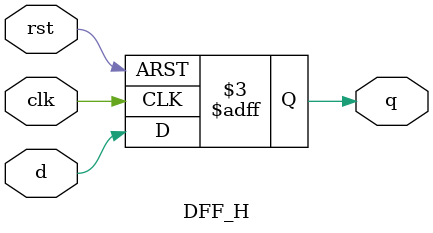
<source format=v>

module lfsr (
    input clk, rst, 
    output out, 
    output [4:0] reg_out

);
   // Complete LFSR function
   wire dff_out;  // Output of the DFF for feedback

    // 5-bit shift register using DFFs
    DFF dff0 (.clk(clk), .rst(rst), .d(dff_out), .q(reg_out[0]));
    DFF dff1 (.clk(clk), .rst(rst), .d(reg_out[0]), .q(reg_out[1]));
    DFF dff2 (.clk(clk), .rst(rst), .d(reg_out[1]), .q(reg_out[2]));
    DFF dff3 (.clk(clk), .rst(rst), .d(reg_out[2]), .q(reg_out[3]));
    DFF dff4 (.clk(clk), .rst(rst), .d(reg_out[3]), .q(reg_out[4]));

    // XOR for feedback - using taps at bit positions 4 and 1
    assign dff_out = reg_out[4] ^ reg_out[1];

    // Output the LFSR's last bit
    assign out = reg_out[4];
    
endmodule

// You also need to create two modules: DFF and DFF_H
module DFF (
    input clk,        // Clock input
    input rst,        // Reset input
    input d,          // Data input
    output reg q      // Output
);
    always @(posedge clk or negedge rst) begin
        if (!rst)
            q <= 1'b0;  // Reset output to 0 when reset is low
        else
            q <= d;     // Store the input value at the rising edge of the clock
    end
endmodule

module DFF_H (
    input clk,        // Clock input
    input rst,        // Reset input
    input d,          // Data input
    output reg q      // Output
);
    always @(posedge clk or negedge rst) begin
        if (!rst)
            q <= 1'b1;  // Reset output to 1 when reset is low
        else
            q <= d;     // Store the input value at the rising edge of the clock
    end
endmodule

</source>
